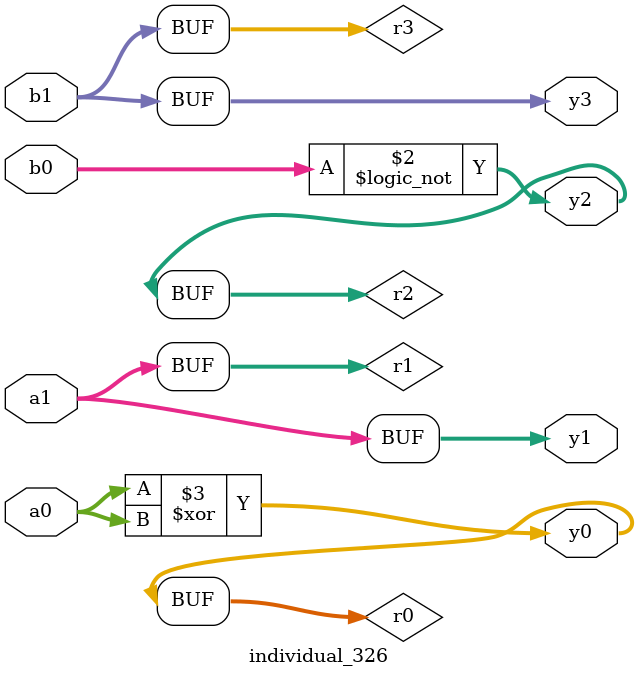
<source format=sv>
module individual_326(input logic [15:0] a1, input logic [15:0] a0, input logic [15:0] b1, input logic [15:0] b0, output logic [15:0] y3, output logic [15:0] y2, output logic [15:0] y1, output logic [15:0] y0);
logic [15:0] r0, r1, r2, r3; 
 always@(*) begin 
	 r0 = a0; r1 = a1; r2 = b0; r3 = b1; 
 	 r2 = ! b0 ;
 	 r0  ^=  r0 ;
 	 y3 = r3; y2 = r2; y1 = r1; y0 = r0; 
end
endmodule
</source>
